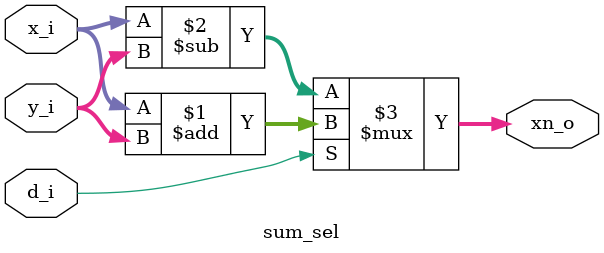
<source format=sv>

module sum_sel #(
    parameter int Width = 16
) (
    input  wire signed [Width-1:0] x_i,
    input  wire signed [Width-1:0] y_i,
    input  wire                    d_i,
    output wire signed [Width-1:0] xn_o
);

  assign xn_o = (d_i) ? x_i + y_i : x_i - y_i;

endmodule

</source>
